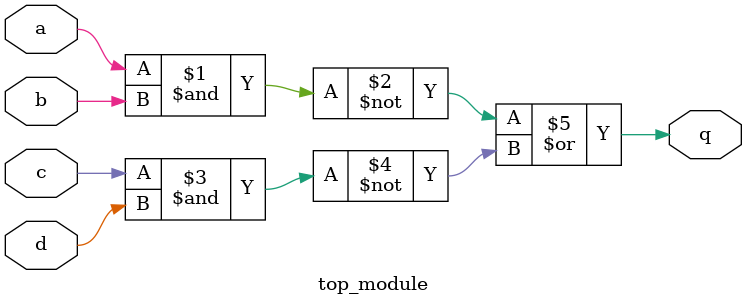
<source format=sv>
module top_module (
	input a, 
	input b, 
	input c, 
	input d,
	output q
);

	assign q = ~(a & b) | ~(c & d);

endmodule

</source>
